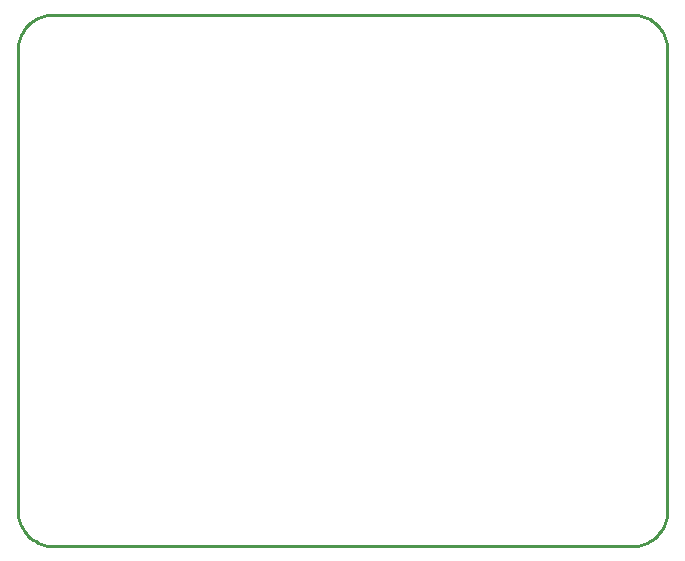
<source format=gbr>
G04 EAGLE Gerber RS-274X export*
G75*
%MOMM*%
%FSLAX34Y34*%
%LPD*%
%IN*%
%IPPOS*%
%AMOC8*
5,1,8,0,0,1.08239X$1,22.5*%
G01*
%ADD10C,0.254000*%


D10*
X0Y30000D02*
X114Y27385D01*
X456Y24791D01*
X1022Y22235D01*
X1809Y19739D01*
X2811Y17321D01*
X4019Y15000D01*
X5425Y12793D01*
X7019Y10716D01*
X8787Y8787D01*
X10716Y7019D01*
X12793Y5425D01*
X15000Y4019D01*
X17321Y2811D01*
X19739Y1809D01*
X22235Y1022D01*
X24791Y456D01*
X27385Y114D01*
X30000Y0D01*
X520000Y0D01*
X522615Y114D01*
X525209Y456D01*
X527765Y1022D01*
X530261Y1809D01*
X532679Y2811D01*
X535000Y4019D01*
X537207Y5425D01*
X539284Y7019D01*
X541213Y8787D01*
X542981Y10716D01*
X544575Y12793D01*
X545981Y15000D01*
X547189Y17321D01*
X548191Y19739D01*
X548978Y22235D01*
X549544Y24791D01*
X549886Y27385D01*
X550000Y30000D01*
X550000Y420000D01*
X549886Y422615D01*
X549544Y425209D01*
X548978Y427765D01*
X548191Y430261D01*
X547189Y432679D01*
X545981Y435000D01*
X544575Y437207D01*
X542981Y439284D01*
X541213Y441213D01*
X539284Y442981D01*
X537207Y444575D01*
X535000Y445981D01*
X532679Y447189D01*
X530261Y448191D01*
X527765Y448978D01*
X525209Y449544D01*
X522615Y449886D01*
X520000Y450000D01*
X30000Y450000D01*
X27385Y449886D01*
X24791Y449544D01*
X22235Y448978D01*
X19739Y448191D01*
X17321Y447189D01*
X15000Y445981D01*
X12793Y444575D01*
X10716Y442981D01*
X8787Y441213D01*
X7019Y439284D01*
X5425Y437207D01*
X4019Y435000D01*
X2811Y432679D01*
X1809Y430261D01*
X1022Y427765D01*
X456Y425209D01*
X114Y422615D01*
X0Y420000D01*
X0Y30000D01*
M02*

</source>
